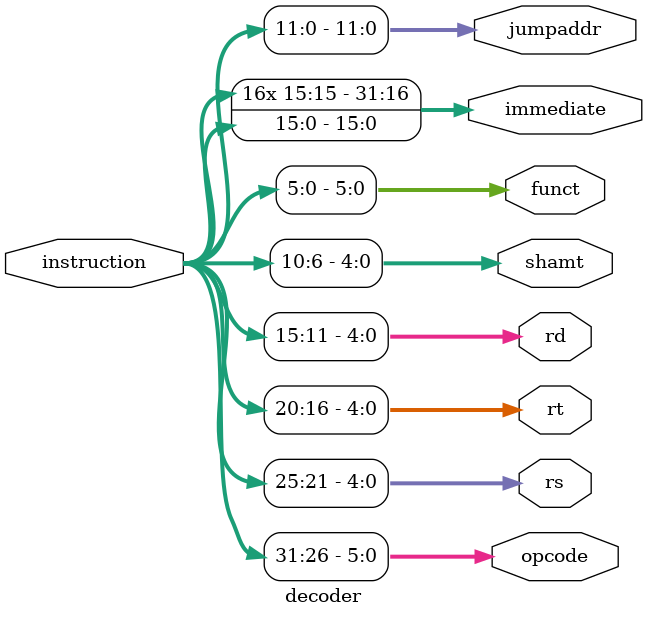
<source format=sv>
module decoder (
    input logic [31:0] instruction,
    output logic [5:0] opcode,
    output logic [4:0] rs, rt, rd, shamt,
    output logic [5:0] funct,
    output logic [31:0] immediate,
    output logic [11:0] jumpaddr
);

    assign opcode = instruction[31:26];
    assign rs = instruction[25:21];
    assign rt = instruction[20:16];
    assign rd = instruction[15:11];
    assign shamt = instruction[10:6];
    assign funct = instruction[5:0];

    always @* immediate = {{16{instruction[15]}}, instruction[15:0]};
    always @* jumpaddr = instruction[11:0];

endmodule

</source>
